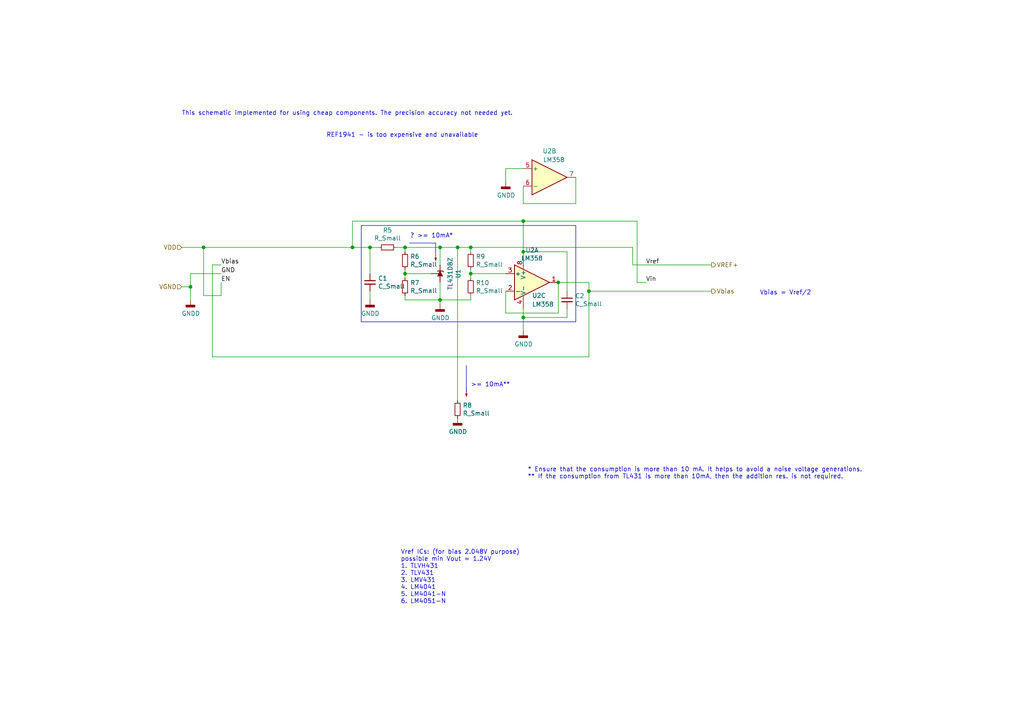
<source format=kicad_sch>
(kicad_sch (version 20230121) (generator eeschema)
  (paper "A4")
  (lib_symbols
    (symbol "Amplifier_Operational:LM358" (pin_names (offset 0.127))
      (property "Reference" "U" (at 0 5.08 0))
      (property "Value" "LM358" (at 0 -5.08 0))
      (symbol "LM358_1_1"
        (polyline (pts (xy -5.08 5.08) (xy 5.08 0) (xy -5.08 -5.08) (xy -5.08 5.08)) (stroke (width 0.254)) (fill (type background)))
        (pin output line (at 7.62 0 180) (length 2.54) (name "~") (number "1"))
        (pin input line (at -7.62 -2.54 0) (length 2.54) (name "-") (number "2"))
        (pin input line (at -7.62 2.54 0) (length 2.54) (name "+") (number "3"))
      )
      (symbol "LM358_2_1"
        (polyline (pts (xy -5.08 5.08) (xy 5.08 0) (xy -5.08 -5.08) (xy -5.08 5.08)) (stroke (width 0.254)) (fill (type background)))
        (pin input line (at -7.62 2.54 0) (length 2.54) (name "+") (number "5"))
        (pin input line (at -7.62 -2.54 0) (length 2.54) (name "-") (number "6"))
        (pin output line (at 7.62 0 180) (length 2.54) (name "~") (number "7"))
      )
      (symbol "LM358_3_1"
        (pin power_in line (at -2.54 -7.62 90) (length 3.81) (name "V-") (number "4"))
        (pin power_in line (at -2.54 7.62 270) (length 3.81) (name "V+") (number "8"))
      )
    )
    (symbol "Device:C_Small" (pin_numbers hide) (pin_names (offset 0.254) hide)
      (property "Reference" "C" (at 0.254 1.778 0))
      (property "Value" "C_Small" (at 0.254 -2.032 0))
      (symbol "C_Small_0_1"
        (polyline (pts (xy -1.524 -0.508) (xy 1.524 -0.508)) (stroke (width 0.3302)))
        (polyline (pts (xy -1.524 0.508) (xy 1.524 0.508)) (stroke (width 0.3048)))
      )
      (symbol "C_Small_1_1"
        (pin passive line (at 0 2.54 270) (length 2.032) (name "~") (number "1"))
        (pin passive line (at 0 -2.54 90) (length 2.032) (name "~") (number "2"))
      )
    )
    (symbol "Device:R_Small" (pin_numbers hide) (pin_names (offset 0.254) hide)
      (property "Reference" "R" (at 0.762 0.508 0))
      (property "Value" "R_Small" (at 0.762 -1.016 0))
      (symbol "R_Small_0_1"
        (rectangle (start -0.762 1.778) (end 0.762 -1.778) (stroke (width 0.2032)))
      )
      (symbol "R_Small_1_1"
        (pin passive line (at 0 2.54 270) (length 0.762) (name "~") (number "1"))
        (pin passive line (at 0 -2.54 90) (length 0.762) (name "~") (number "2"))
      )
    )
    (symbol "Graphic:SYM_Arrow_Tiny" (in_bom no) (on_board no)
      (symbol "SYM_Arrow_Tiny_0_1"
        (polyline (pts (xy 1.27 0) (xy -1.27 0)))
        (polyline (pts (xy 1.27 0) (xy 0.508 -0.254) (xy 0.508 0.254) (xy 1.27 0)) (fill (type outline)))
      )
    )
    (symbol "Reference_Voltage:TL431DBZ" (pin_numbers hide) (pin_names hide)
      (property "Reference" "U" (at -2.54 2.54 0))
      (property "Value" "TL431DBZ" (at 0 -2.54 0))
      (symbol "TL431DBZ_0_1"
        (polyline (pts (xy -1.27 0) (xy 0 0) (xy 1.27 0)))
        (polyline (pts (xy -0.762 0.762) (xy 0.762 0) (xy -0.762 -0.762)) (fill (type outline)))
        (polyline (pts (xy 0.508 -1.016) (xy 0.762 -0.762) (xy 0.762 0.762) (xy 0.762 0.762)) (stroke (width 0.254)))
      )
      (symbol "TL431DBZ_1_1"
        (pin passive line (at 2.54 0 180) (length 2.54) (name "K") (number "1"))
        (pin passive line (at 0 2.54 270) (length 2.54) (name "REF") (number "2"))
        (pin passive line (at -2.54 0 0) (length 2.54) (name "A") (number "3"))
      )
    )
    (symbol "power:GNDD" (power) (pin_names (offset 0))
      (property "Value" "GNDD" (at 0 -3.175 0))
      (symbol "GNDD_0_1"
        (rectangle (start -1.27 -1.524) (end 1.27 -2.032) (stroke (width 0.254)) (fill (type outline)))
        (polyline (pts (xy 0 0) (xy 0 -1.524)))
      )
      (symbol "GNDD_1_1"
        (pin power_in line (at 0 0 270) (length 0) hide (name "GNDD") (number "1"))
      )
    )
  )
  (junction (at 136.525 71.755))
  (junction (at 136.525 79.375))
  (junction (at 59.055 71.755))
  (junction (at 117.475 71.755))
  (junction (at 127.635 71.755))
  (junction (at 170.815 84.455))
  (junction (at 161.925 81.915))
  (junction (at 117.475 79.375))
  (junction (at 151.765 73.025))
  (junction (at 151.765 92.075))
  (junction (at 107.315 71.755))
  (junction (at 127.635 86.995))
  (junction (at 55.245 83.185))
  (junction (at 132.715 71.755))
  (junction (at 102.235 71.755))
  (junction (at 151.765 64.135))
  (wire (pts (xy 151.765 73.025) (xy 164.465 73.025)))
  (wire (pts (xy 164.465 92.075) (xy 151.765 92.075)))
  (wire (pts (xy 117.475 73.025) (xy 117.475 71.755)))
  (wire (pts (xy 164.465 73.025) (xy 164.465 84.455)))
  (wire (pts (xy 55.245 86.995) (xy 55.245 83.185)))
  (wire (pts (xy 136.525 79.375) (xy 136.525 78.105)))
  (wire (pts (xy 170.815 84.455) (xy 170.815 81.915)))
  (wire (pts (xy 151.765 73.025) (xy 151.765 74.295)))
  (wire (pts (xy 52.705 83.185) (xy 55.245 83.185)))
  (wire (pts (xy 127.635 88.265) (xy 127.635 86.995)))
  (wire (pts (xy 146.685 90.805) (xy 161.925 90.805)))
  (wire (pts (xy 117.475 86.995) (xy 127.635 86.995)))
  (wire (pts (xy 151.765 59.055) (xy 167.005 59.055)))
  (wire (pts (xy 61.595 76.835) (xy 61.595 103.505)))
  (wire (pts (xy 117.475 71.755) (xy 127.635 71.755)))
  (wire (pts (xy 127.635 86.995) (xy 127.635 81.915)))
  (wire (pts (xy 170.815 103.505) (xy 170.815 84.455)))
  (wire (pts (xy 117.475 79.375) (xy 117.475 78.105)))
  (wire (pts (xy 146.685 84.455) (xy 146.685 90.805)))
  (wire (pts (xy 183.515 76.835) (xy 206.375 76.835)))
  (wire (pts (xy 151.765 92.075) (xy 151.765 89.535)))
  (polyline (pts (xy 135.255 106.045) (xy 135.255 113.665)))
  (polyline (pts (xy 104.775 93.345) (xy 167.005 93.345)))
  (wire (pts (xy 136.525 80.645) (xy 136.525 79.375)))
  (polyline (pts (xy 126.365 70.485) (xy 126.365 73.025)))
  (wire (pts (xy 117.475 79.375) (xy 125.095 79.375)))
  (wire (pts (xy 52.705 71.755) (xy 59.055 71.755)))
  (wire (pts (xy 55.245 83.185) (xy 55.245 79.375)))
  (wire (pts (xy 184.785 81.915) (xy 187.325 81.915)))
  (polyline (pts (xy 167.005 65.405) (xy 104.775 65.405)))
  (wire (pts (xy 164.465 89.535) (xy 164.465 92.075)))
  (wire (pts (xy 136.525 79.375) (xy 146.685 79.375)))
  (wire (pts (xy 146.685 52.705) (xy 146.685 48.895)))
  (wire (pts (xy 107.315 71.755) (xy 109.855 71.755)))
  (polyline (pts (xy 167.005 93.345) (xy 167.005 65.405)))
  (wire (pts (xy 114.935 71.755) (xy 117.475 71.755)))
  (wire (pts (xy 132.715 71.755) (xy 132.715 116.205)))
  (wire (pts (xy 151.765 53.975) (xy 151.765 59.055)))
  (wire (pts (xy 136.525 71.755) (xy 183.515 71.755)))
  (wire (pts (xy 167.005 59.055) (xy 167.005 51.435)))
  (wire (pts (xy 136.525 86.995) (xy 136.525 85.725)))
  (wire (pts (xy 59.055 71.755) (xy 59.055 85.725)))
  (wire (pts (xy 161.925 90.805) (xy 161.925 81.915)))
  (wire (pts (xy 151.765 64.135) (xy 151.765 73.025)))
  (wire (pts (xy 55.245 79.375) (xy 64.135 79.375)))
  (wire (pts (xy 59.055 85.725) (xy 64.135 85.725)))
  (wire (pts (xy 117.475 85.725) (xy 117.475 86.995)))
  (wire (pts (xy 127.635 71.755) (xy 132.715 71.755)))
  (wire (pts (xy 161.925 81.915) (xy 170.815 81.915)))
  (wire (pts (xy 127.635 71.755) (xy 127.635 76.835)))
  (wire (pts (xy 64.135 81.915) (xy 64.135 85.725)))
  (polyline (pts (xy 118.745 70.485) (xy 126.365 70.485)))
  (wire (pts (xy 183.515 71.755) (xy 183.515 76.835)))
  (wire (pts (xy 146.685 48.895) (xy 151.765 48.895)))
  (wire (pts (xy 184.785 64.135) (xy 184.785 81.915)))
  (wire (pts (xy 151.765 64.135) (xy 184.785 64.135)))
  (wire (pts (xy 170.815 84.455) (xy 206.375 84.455)))
  (wire (pts (xy 136.525 73.025) (xy 136.525 71.755)))
  (wire (pts (xy 151.765 95.885) (xy 151.765 92.075)))
  (polyline (pts (xy 104.775 65.405) (xy 104.775 93.345)))
  (wire (pts (xy 117.475 80.645) (xy 117.475 79.375)))
  (wire (pts (xy 59.055 71.755) (xy 102.235 71.755)))
  (wire (pts (xy 61.595 103.505) (xy 170.815 103.505)))
  (wire (pts (xy 102.235 71.755) (xy 102.235 64.135)))
  (wire (pts (xy 102.235 71.755) (xy 107.315 71.755)))
  (wire (pts (xy 127.635 86.995) (xy 136.525 86.995)))
  (wire (pts (xy 132.715 71.755) (xy 136.525 71.755)))
  (wire (pts (xy 107.315 79.375) (xy 107.315 71.755)))
  (wire (pts (xy 107.315 86.995) (xy 107.315 84.455)))
  (wire (pts (xy 61.595 76.835) (xy 64.135 76.835)))
  (wire (pts (xy 102.235 64.135) (xy 151.765 64.135)))
  (text "REF1941 - is too expensive and unavailable" (at 94.615 40.005 0) (effects (font (size 1.27 1.27)) (justify left bottom)))
  (text "Vref ICs: (for bias 2.048V purpose)\npossible min Vout = 1.24V\n1. TLVH431\n2. TLV431\n3. LMV431 \n4. LM4041\n5. LM4041-N\n6. LM4051-N" (at 116.205 175.26 0) (effects (font (size 1.27 1.27)) (justify left bottom)))
  (text "Vbias = Vref/2" (at 220.345 85.725 0) (effects (font (size 1.27 1.27)) (justify left bottom)))
  (text ">= 10mA**" (at 136.525 112.395 0) (effects (font (size 1.27 1.27)) (justify left bottom)))
  (text "* Ensure that the consumption is more than 10 mA. It helps to avoid a noise voltage generations.\n** If the consumption from TL431 is more than 10mA, then the addition res. is not required." (at 153.035 139.065 0) (effects (font (size 1.27 1.27)) (justify left bottom)))
  (text "? >= 10mA*" (at 131.445 69.215 0) (effects (font (size 1.27 1.27)) (justify right bottom)))
  (text "This schematic implemented for using cheap components. The precision accuracy not needed yet." (at 52.705 33.655 0) (effects (font (size 1.27 1.27)) (justify left bottom)))
  (label "GND" (at 64.135 79.375 0))
  (label "Vin" (at 187.325 81.915 0))
  (label "Vbias" (at 64.135 76.835 0))
  (label "EN" (at 64.135 81.915 0))
  (label "Vref" (at 187.325 76.835 0))
  (hierarchical_label "VDD" (shape input) (at 52.705 71.755 180))
  (hierarchical_label "VGND" (shape input) (at 52.705 83.185 180))
  (hierarchical_label "VREF+" (shape output) (at 206.375 76.835 0))
  (hierarchical_label "Vbias" (shape output) (at 206.375 84.455 0))
  (symbol (lib_id "power:GNDD") (at 55.245 86.995 0) (unit 1)
    (property "Reference" "#PWR09" (effects hide))
    (property "Value" "GNDD" (at 55.3466 90.932 0))
  )
  (symbol (lib_id "power:GNDD") (at 132.715 121.285 0) (unit 1)
    (property "Reference" "#PWR012" (effects hide))
    (property "Value" "GNDD" (at 132.8166 125.222 0))
  )
  (symbol (lib_id "Amplifier_Operational:LM358") (at 159.385 51.435 0) (unit 2)
    (property "Reference" "U2" (at 159.385 43.815 0))
    (property "Value" "LM358" (at 160.655 46.355 0))
    (property "Footprint" "Package_SO:SO-8_5.3x6.2mm_P1.27mm" (effects hide))
    (property "Datasheet" "http://www.ti.com/lit/ds/symlink/lm2904-n.pdf" (effects hide))
  )
  (symbol (lib_id "power:GNDD") (at 146.685 52.705 0) (unit 1)
    (property "Reference" "#PWR013" (effects hide))
    (property "Value" "GNDD" (at 146.7866 56.642 0))
  )
  (symbol (lib_id "Amplifier_Operational:LM358") (at 154.305 81.915 0) (unit 3)
    (property "Reference" "U2" (at 154.305 85.725 0) (effects (justify left)))
    (property "Value" "LM358" (at 154.305 88.265 0) (effects (justify left)))
    (property "Footprint" "Package_SO:SO-8_5.3x6.2mm_P1.27mm" (effects hide))
    (property "Datasheet" "http://www.ti.com/lit/ds/symlink/lm2904-n.pdf" (effects hide))
  )
  (symbol (lib_id "Amplifier_Operational:LM358") (at 154.305 81.915 0) (unit 1)
    (property "Reference" "U2" (at 154.305 72.5932 0))
    (property "Value" "LM358" (at 154.305 74.9046 0))
    (property "Footprint" "Package_SO:SO-8_5.3x6.2mm_P1.27mm" (effects hide))
    (property "Datasheet" "http://www.ti.com/lit/ds/symlink/lm2904-n.pdf" (effects hide))
  )
  (symbol (lib_id "Device:R_Small") (at 117.475 75.565 0) (unit 1)
    (property "Reference" "R6" (at 118.9736 74.3966 0) (effects (justify left)))
    (property "Value" "R_Small" (at 118.9736 76.708 0) (effects (justify left)))
    (property "Footprint" "Resistor_SMD:R_0805_2012Metric" (effects hide))
  )
  (symbol (lib_id "Graphic:SYM_Arrow_Tiny") (at 126.365 74.295 270) (unit 1)
    (property "Reference" "#SYM5" (effects hide))
    (property "Value" "SYM_Arrow_Tiny" (effects hide))
  )
  (symbol (lib_id "Graphic:SYM_Arrow_Tiny") (at 135.255 113.665 270) (unit 1)
    (property "Reference" "#SYM6" (effects hide))
    (property "Value" "SYM_Arrow_Tiny" (effects hide))
  )
  (symbol (lib_id "Device:R_Small") (at 117.475 83.185 0) (unit 1)
    (property "Reference" "R7" (at 118.9736 82.0166 0) (effects (justify left)))
    (property "Value" "R_Small" (at 118.9736 84.328 0) (effects (justify left)))
    (property "Footprint" "Resistor_SMD:R_0805_2012Metric" (effects hide))
  )
  (symbol (lib_id "Device:C_Small") (at 164.465 86.995 0) (unit 1)
    (property "Reference" "C2" (at 166.8018 85.8266 0) (effects (justify left)))
    (property "Value" "C_Small" (at 166.8018 88.138 0) (effects (justify left)))
    (property "Footprint" "Capacitor_SMD:C_1206_3216Metric_Pad1.33x1.80mm_HandSolder" (effects hide))
  )
  (symbol (lib_id "power:GNDD") (at 107.315 86.995 0) (unit 1)
    (property "Reference" "#PWR010" (effects hide))
    (property "Value" "GNDD" (at 107.4166 90.932 0))
  )
  (symbol (lib_id "power:GNDD") (at 151.765 95.885 0) (unit 1)
    (property "Reference" "#PWR014" (effects hide))
    (property "Value" "GNDD" (at 151.8666 99.822 0))
  )
  (symbol (lib_id "Reference_Voltage:TL431DBZ") (at 127.635 79.375 90) (unit 1)
    (property "Reference" "U1" (at 132.8928 79.375 0))
    (property "Value" "TL431DBZ" (at 130.5814 79.375 0))
    (property "Footprint" "Package_TO_SOT_SMD:SOT-23" (effects hide))
    (property "Datasheet" "http://www.ti.com/lit/ds/symlink/tl431.pdf" (effects hide))
  )
  (symbol (lib_id "Device:R_Small") (at 136.525 75.565 0) (unit 1)
    (property "Reference" "R9" (at 138.0236 74.3966 0) (effects (justify left)))
    (property "Value" "R_Small" (at 138.0236 76.708 0) (effects (justify left)))
    (property "Footprint" "Resistor_SMD:R_0805_2012Metric" (effects hide))
  )
  (symbol (lib_id "Device:R_Small") (at 132.715 118.745 0) (unit 1)
    (property "Reference" "R8" (at 134.2136 117.5766 0) (effects (justify left)))
    (property "Value" "R_Small" (at 134.2136 119.888 0) (effects (justify left)))
    (property "Footprint" "Resistor_SMD:R_0805_2012Metric" (effects hide))
  )
  (symbol (lib_id "Device:C_Small") (at 107.315 81.915 0) (unit 1)
    (property "Reference" "C1" (at 109.6518 80.7466 0) (effects (justify left)))
    (property "Value" "C_Small" (at 109.6518 83.058 0) (effects (justify left)))
    (property "Footprint" "Capacitor_SMD:C_1206_3216Metric_Pad1.33x1.80mm_HandSolder" (effects hide))
  )
  (symbol (lib_id "power:GNDD") (at 127.635 88.265 0) (unit 1)
    (property "Reference" "#PWR011" (effects hide))
    (property "Value" "GNDD" (at 127.7366 92.202 0))
  )
  (symbol (lib_id "Device:R_Small") (at 136.525 83.185 0) (unit 1)
    (property "Reference" "R10" (at 138.0236 82.0166 0) (effects (justify left)))
    (property "Value" "R_Small" (at 138.0236 84.328 0) (effects (justify left)))
    (property "Footprint" "Resistor_SMD:R_0805_2012Metric" (effects hide))
  )
  (symbol (lib_id "Device:R_Small") (at 112.395 71.755 270) (unit 1)
    (property "Reference" "R5" (at 112.395 66.7766 90))
    (property "Value" "R_Small" (at 112.395 69.088 90))
    (property "Footprint" "Resistor_SMD:R_0805_2012Metric" (effects hide))
  )
)
</source>
